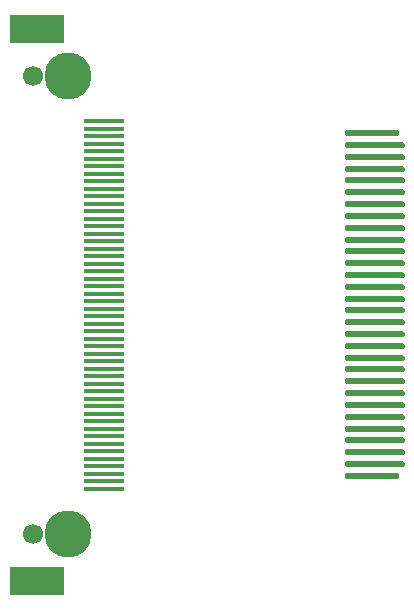
<source format=gts>
G04 #@! TF.GenerationSoftware,KiCad,Pcbnew,6.0.11+dfsg-1*
G04 #@! TF.CreationDate,2023-03-13T19:25:44+00:00*
G04 #@! TF.ProjectId,TP770_IDE,54503737-305f-4494-9445-2e6b69636164,rev?*
G04 #@! TF.SameCoordinates,PX6cb8080PY3197500*
G04 #@! TF.FileFunction,Soldermask,Top*
G04 #@! TF.FilePolarity,Negative*
%FSLAX46Y46*%
G04 Gerber Fmt 4.6, Leading zero omitted, Abs format (unit mm)*
G04 Created by KiCad (PCBNEW 6.0.11+dfsg-1) date 2023-03-13 19:25:44*
%MOMM*%
%LPD*%
G01*
G04 APERTURE LIST*
G04 Aperture macros list*
%AMRoundRect*
0 Rectangle with rounded corners*
0 $1 Rounding radius*
0 $2 $3 $4 $5 $6 $7 $8 $9 X,Y pos of 4 corners*
0 Add a 4 corners polygon primitive as box body*
4,1,4,$2,$3,$4,$5,$6,$7,$8,$9,$2,$3,0*
0 Add four circle primitives for the rounded corners*
1,1,$1+$1,$2,$3*
1,1,$1+$1,$4,$5*
1,1,$1+$1,$6,$7*
1,1,$1+$1,$8,$9*
0 Add four rect primitives between the rounded corners*
20,1,$1+$1,$2,$3,$4,$5,0*
20,1,$1+$1,$4,$5,$6,$7,0*
20,1,$1+$1,$6,$7,$8,$9,0*
20,1,$1+$1,$8,$9,$2,$3,0*%
G04 Aperture macros list end*
%ADD10R,3.510000X0.410000*%
%ADD11C,3.990000*%
%ADD12C,1.700000*%
%ADD13R,4.570000X2.490000*%
%ADD14RoundRect,0.125000X2.125000X0.125000X-2.125000X0.125000X-2.125000X-0.125000X2.125000X-0.125000X0*%
%ADD15RoundRect,0.125000X2.375000X0.125000X-2.375000X0.125000X-2.375000X-0.125000X2.375000X-0.125000X0*%
G04 APERTURE END LIST*
D10*
X45575500Y-42112000D03*
X45575500Y-41472000D03*
X45575500Y-40842000D03*
X45575500Y-40202000D03*
X45575500Y-39572000D03*
X45575500Y-38932000D03*
X45575500Y-38302000D03*
X45575500Y-37662000D03*
X45575500Y-37032000D03*
X45575500Y-36392000D03*
X45575500Y-35762000D03*
X45575500Y-35122000D03*
X45575500Y-34492000D03*
X45575500Y-33852000D03*
X45575500Y-33222000D03*
X45575500Y-32582000D03*
X45575500Y-31952000D03*
X45575500Y-31312000D03*
X45575500Y-30682000D03*
X45575500Y-30042000D03*
X45575500Y-29412000D03*
X45575500Y-28772000D03*
X45575500Y-28142000D03*
X45575500Y-27502000D03*
X45575500Y-26872000D03*
X45575500Y-26232000D03*
X45575500Y-25602000D03*
X45575500Y-24962000D03*
X45575500Y-24332000D03*
X45575500Y-23692000D03*
X45575500Y-23062000D03*
X45575500Y-22422000D03*
X45575500Y-21792000D03*
X45575500Y-21152000D03*
X45575500Y-20522000D03*
X45575500Y-19882000D03*
X45575500Y-19252000D03*
X45575500Y-18612000D03*
X45575500Y-17982000D03*
X45575500Y-17342000D03*
X45575500Y-16712000D03*
X45575500Y-16072000D03*
X45575500Y-15442000D03*
X45575500Y-14802000D03*
X45575500Y-14172000D03*
X45575500Y-13532000D03*
X45575500Y-12902000D03*
X45575500Y-12262000D03*
X45575500Y-11632000D03*
X45575500Y-10992000D03*
D11*
X42575500Y-7182000D03*
X42575500Y-45922000D03*
D12*
X39575500Y-7182000D03*
X39575500Y-45922000D03*
D13*
X39905500Y-49892000D03*
X39905500Y-3212000D03*
D14*
X68250000Y-12000000D03*
D15*
X68500000Y-13000000D03*
X68500000Y-14000000D03*
X68500000Y-15000000D03*
X68500000Y-16000000D03*
X68500000Y-17000000D03*
X68500000Y-18000000D03*
X68500000Y-19000000D03*
X68500000Y-20000000D03*
X68500000Y-21000000D03*
X68500000Y-22000000D03*
X68500000Y-23000000D03*
X68500000Y-24000000D03*
X68500000Y-25000000D03*
X68500000Y-26000000D03*
X68500000Y-27000000D03*
X68500000Y-28000000D03*
X68500000Y-29000000D03*
X68500000Y-30000000D03*
X68500000Y-31000000D03*
X68500000Y-32000000D03*
X68500000Y-33000000D03*
X68500000Y-34000000D03*
X68500000Y-35000000D03*
X68500000Y-36000000D03*
X68500000Y-37000000D03*
X68500000Y-38000000D03*
X68500000Y-39000000D03*
X68500000Y-40000000D03*
D14*
X68250000Y-41000000D03*
M02*

</source>
